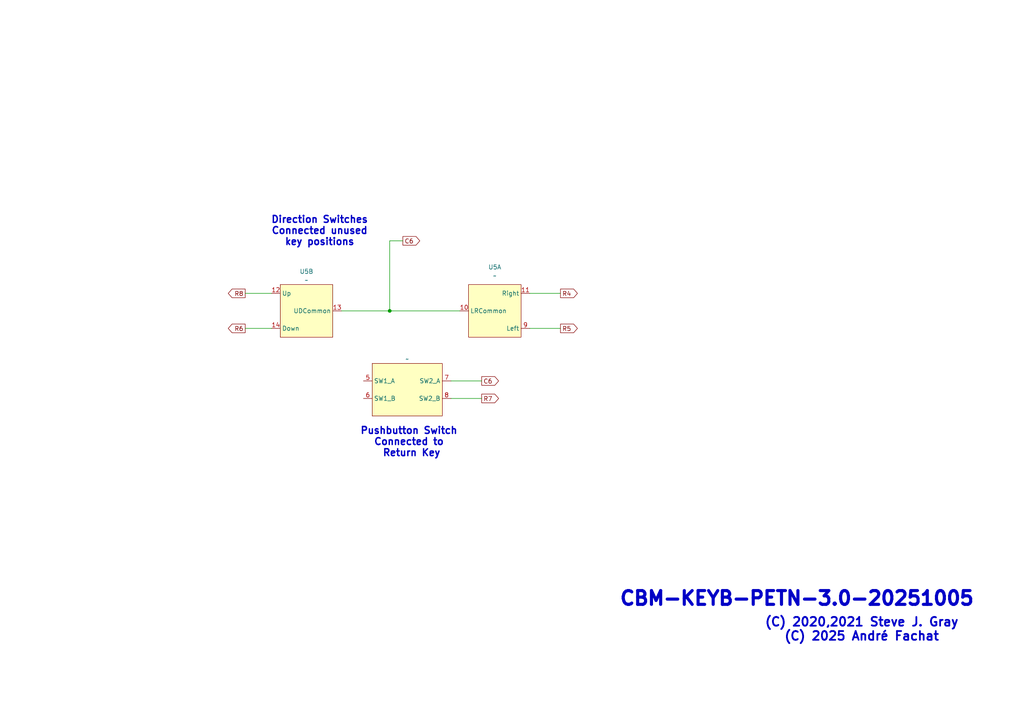
<source format=kicad_sch>
(kicad_sch (version 20250114) (generator "eeschema") (generator_version "9.0")
  (paper "A4")
  (lib_symbols
    (symbol "petkn:Thumbstick_with_switch"
      (property "Reference" "U" (at 0 10.16 0))
      (symbol "Thumbstick_with_switch_1_1"
        (rectangle (start -7.62 7.62) (end 7.62 -7.62) (fill (type background)))
        (pin input line (at -10.16 5.08 0) (length 2.54) (name "Left") (number "9"))
        (pin input line (at -10.16 -5.08 0) (length 2.54) (name "Right") (number "11"))
        (pin input line (at 10.16 0 180) (length 2.54) (name "LRCommon") (number "10"))
      )
      (symbol "Thumbstick_with_switch_2_1"
        (rectangle (start -7.62 7.62) (end 7.62 -7.62) (fill (type background)))
        (pin input line (at -10.16 5.08 0) (length 2.54) (name "Up") (number "12"))
        (pin input line (at -10.16 -5.08 0) (length 2.54) (name "Down") (number "14"))
        (pin input line (at 10.16 0 180) (length 2.54) (name "UDCommon") (number "13"))
      )
      (symbol "Thumbstick_with_switch_3_1"
        (rectangle (start -10.16 7.62) (end 10.16 -7.62) (fill (type background)))
        (pin input line (at -12.7 2.54 0) (length 2.54) (name "SW1_A") (number "5"))
        (pin input line (at -12.7 -2.54 0) (length 2.54) (name "SW1_B") (number "6"))
        (pin input line (at 12.7 2.54 180) (length 2.54) (name "SW2_A") (number "7"))
        (pin input line (at 12.7 -2.54 180) (length 2.54) (name "SW2_B") (number "8"))
      )
      (symbol "Thumbstick_with_switch_4_1"
        (rectangle (start -7.62 5.08) (end 7.62 -5.08) (fill (type background)))
        (pin input line (at -10.16 2.54 0) (length 2.54) (name "GND1") (number "1"))
        (pin input line (at -10.16 -2.54 0) (length 2.54) (name "GND2") (number "2"))
        (pin input line (at 10.16 2.54 180) (length 2.54) (name "GND3") (number "3"))
        (pin input line (at 10.16 -2.54 180) (length 2.54) (name "GND4") (number "4"))
      )
    )
  )
  (text "CBM-KEYB-PETN-3.0-20251005" (at 231.14 173.736 0) (effects (font (size 4 4) (thickness 0.9) (bold yes))))
  (text "Pushbutton Switch \nConnected to \nReturn Key" (at 119.38 128.27 0) (effects (font (size 2 2) (thickness 0.4) (bold yes))))
  (text "(C) 2020,2021 Steve J. Gray\n(C) 2025 André Fachat" (at 249.936 182.626 0) (effects (font (size 2.54 2.54) (thickness 0.508) (bold yes))))
  (text "Direction Switches\nConnected unused\nkey positions" (at 92.71 67.056 0) (effects (font (size 2 2) (thickness 0.4) (bold yes))))
  (junction (at 113.03 90.17))
  (wire (pts (xy 71.12 95.25) (xy 78.74 95.25)))
  (wire (pts (xy 71.12 85.09) (xy 78.74 85.09)))
  (wire (pts (xy 113.03 69.85) (xy 116.84 69.85)))
  (wire (pts (xy 113.03 90.17) (xy 113.03 69.85)))
  (wire (pts (xy 130.81 115.57) (xy 139.7 115.57)))
  (wire (pts (xy 99.06 90.17) (xy 113.03 90.17)))
  (wire (pts (xy 113.03 90.17) (xy 133.35 90.17)))
  (wire (pts (xy 130.81 110.49) (xy 139.7 110.49)))
  (wire (pts (xy 153.67 95.25) (xy 162.56 95.25)))
  (wire (pts (xy 153.67 85.09) (xy 162.56 85.09)))
  (global_label "R4" (shape output) (at 162.56 85.09 0) (property "Intersheetrefs" "${INTERSHEET_REFS}" (effects (hide yes))))
  (global_label "C6" (shape output) (at 116.84 69.85 0) (property "Intersheetrefs" "${INTERSHEET_REFS}" (effects (hide yes))))
  (global_label "R8" (shape output) (at 71.12 85.09 180) (property "Intersheetrefs" "${INTERSHEET_REFS}" (effects (hide yes))))
  (global_label "C6" (shape output) (at 139.7 110.49 0) (property "Intersheetrefs" "${INTERSHEET_REFS}" (effects (hide yes))))
  (global_label "R6" (shape output) (at 71.12 95.25 180) (property "Intersheetrefs" "${INTERSHEET_REFS}" (effects (hide yes))))
  (global_label "R5" (shape output) (at 162.56 95.25 0) (property "Intersheetrefs" "${INTERSHEET_REFS}" (effects (hide yes))))
  (global_label "R7" (shape output) (at 139.7 115.57 0) (property "Intersheetrefs" "${INTERSHEET_REFS}" (effects (hide yes))))
  (symbol (lib_id "petkn:Thumbstick_with_switch") (at 118.11 113.03 0) (unit 3)
    (property "Reference" "U5" (effects (hide yes)))
    (property "Value" "~" (at 118.11 104.14 0))
    (property "Footprint" "petkn:THB Miniature Thumbstick THB001P" (effects (hide yes)))
    (property "Mouser" "611-THB001P " (effects (hide yes)))
    (property "LCSC" "C2685355" (effects (hide yes)))
  )
  (symbol (lib_id "petkn:Thumbstick_with_switch") (at 143.51 90.17 180) (unit 1)
    (property "Reference" "U5" (at 143.51 77.47 0))
    (property "Value" "~" (at 143.51 80.01 0))
    (property "Footprint" "petkn:THB Miniature Thumbstick THB001P" (effects (hide yes)))
    (property "Mouser" "611-THB001P " (effects (hide yes)))
    (property "LCSC" "C2685355" (effects (hide yes)))
  )
  (symbol (lib_id "petkn:Thumbstick_with_switch") (at 88.9 90.17 0) (unit 2)
    (property "Reference" "U5" (at 88.9 78.74 0))
    (property "Value" "~" (at 88.9 81.28 0))
    (property "Footprint" "petkn:THB Miniature Thumbstick THB001P" (effects (hide yes)))
    (property "Mouser" "611-THB001P " (effects (hide yes)))
    (property "LCSC" "C2685355" (effects (hide yes)))
  )
)
</source>
